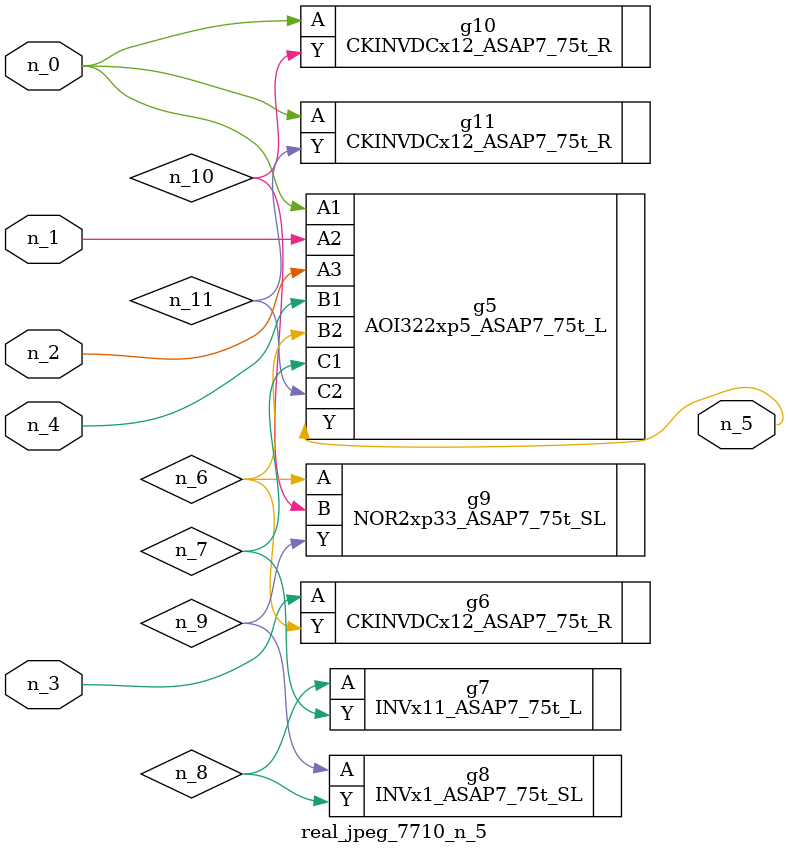
<source format=v>
module real_jpeg_7710_n_5 (n_4, n_0, n_1, n_2, n_3, n_5);

input n_4;
input n_0;
input n_1;
input n_2;
input n_3;

output n_5;

wire n_8;
wire n_11;
wire n_6;
wire n_7;
wire n_10;
wire n_9;

AOI322xp5_ASAP7_75t_L g5 ( 
.A1(n_0),
.A2(n_1),
.A3(n_2),
.B1(n_4),
.B2(n_6),
.C1(n_7),
.C2(n_11),
.Y(n_5)
);

CKINVDCx12_ASAP7_75t_R g10 ( 
.A(n_0),
.Y(n_10)
);

CKINVDCx12_ASAP7_75t_R g11 ( 
.A(n_0),
.Y(n_11)
);

CKINVDCx12_ASAP7_75t_R g6 ( 
.A(n_3),
.Y(n_6)
);

NOR2xp33_ASAP7_75t_SL g9 ( 
.A(n_6),
.B(n_10),
.Y(n_9)
);

INVx11_ASAP7_75t_L g7 ( 
.A(n_8),
.Y(n_7)
);

INVx1_ASAP7_75t_SL g8 ( 
.A(n_9),
.Y(n_8)
);


endmodule
</source>
